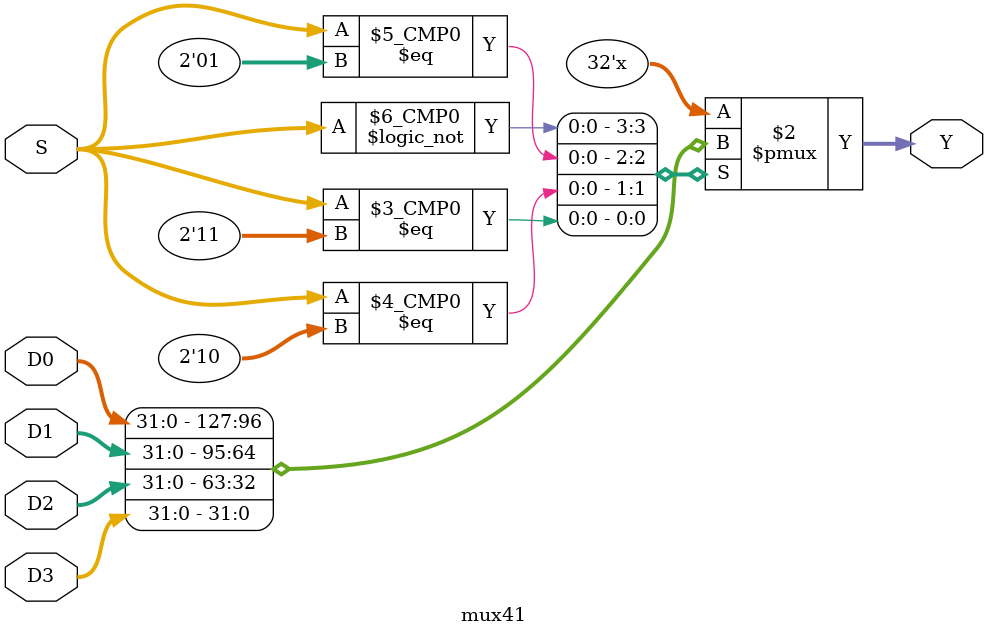
<source format=v>

module mux41 #(parameter data_width = 32) (S, D0, D1, D2, D3, Y);

    input [1 : 0]S; 
    input [data_width-1 : 0] D0; 
    input [data_width-1 : 0] D1;
    input [data_width-1 : 0] D2; 
    input [data_width-1 : 0] D3;
    output reg [data_width-1 : 0] Y;

    always @(*)begin 
        case(S) 
            2'b00 : Y = D0;
            2'b01 : Y = D1;
            2'b10 : Y = D2;
            2'b11 : Y = D3;
        endcase
    end

endmodule

</source>
